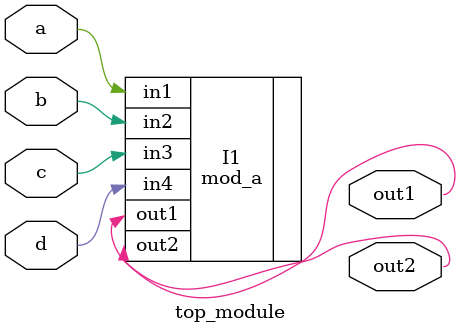
<source format=v>
module top_module ( 
    input a, 
    input b, 
    input c,
    input d,
    output out1,
    output out2
);

    mod_a I1(.out1(out1),.out2(out2),.in1(a),.in2(b),.in3(c),.in4(d));
endmodule

</source>
